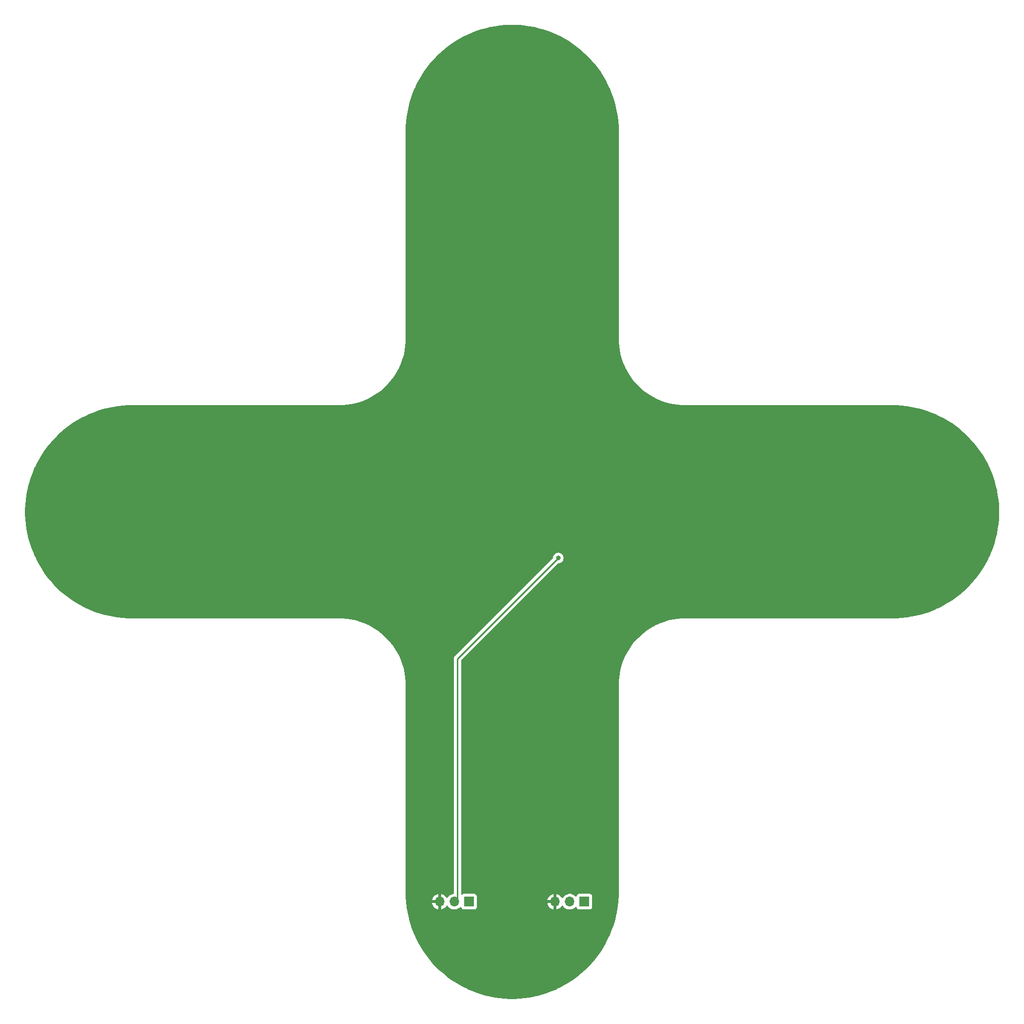
<source format=gbr>
%TF.GenerationSoftware,KiCad,Pcbnew,(6.0.5)*%
%TF.CreationDate,2022-08-18T17:20:14-06:00*%
%TF.ProjectId,Led Zia,4c656420-5a69-4612-9e6b-696361645f70,rev?*%
%TF.SameCoordinates,Original*%
%TF.FileFunction,Copper,L2,Bot*%
%TF.FilePolarity,Positive*%
%FSLAX46Y46*%
G04 Gerber Fmt 4.6, Leading zero omitted, Abs format (unit mm)*
G04 Created by KiCad (PCBNEW (6.0.5)) date 2022-08-18 17:20:14*
%MOMM*%
%LPD*%
G01*
G04 APERTURE LIST*
%TA.AperFunction,ComponentPad*%
%ADD10R,1.700000X1.700000*%
%TD*%
%TA.AperFunction,ComponentPad*%
%ADD11O,1.700000X1.700000*%
%TD*%
%TA.AperFunction,ViaPad*%
%ADD12C,0.800000*%
%TD*%
%TA.AperFunction,Conductor*%
%ADD13C,0.250000*%
%TD*%
G04 APERTURE END LIST*
D10*
%TO.P,J2,1,Pin_1*%
%TO.N,+5V*%
X115525000Y-169625000D03*
D11*
%TO.P,J2,2,Pin_2*%
%TO.N,/23 LEDs1/DOUT*%
X112985000Y-169625000D03*
%TO.P,J2,3,Pin_3*%
%TO.N,GND*%
X110445000Y-169625000D03*
%TD*%
D10*
%TO.P,J1,1,Pin_1*%
%TO.N,+5V*%
X95525000Y-169625000D03*
D11*
%TO.P,J1,2,Pin_2*%
%TO.N,/25 LEDs/DIN*%
X92985000Y-169625000D03*
%TO.P,J1,3,Pin_3*%
%TO.N,GND*%
X90445000Y-169625000D03*
%TD*%
D12*
%TO.N,GND*%
X152000000Y-107000000D03*
X98000000Y-151000000D03*
X86000000Y-145000000D03*
X98000000Y-72000000D03*
X130000000Y-119000000D03*
X75000000Y-85000000D03*
X60000000Y-85000000D03*
X110000000Y-145000000D03*
X146000000Y-95000000D03*
X160000000Y-119000000D03*
X39000000Y-97000000D03*
X45000000Y-85000000D03*
X91000000Y-118000000D03*
X145000000Y-119000000D03*
X98000000Y-164000000D03*
X115000000Y-118000000D03*
X108000000Y-38000000D03*
X108000000Y-132000000D03*
X182000000Y-107000000D03*
X120000000Y-59000000D03*
X96000000Y-44000000D03*
X24000000Y-97000000D03*
X110000000Y-160000000D03*
X108000000Y-53000000D03*
X96000000Y-138000000D03*
X86000000Y-130000000D03*
X108000000Y-23000000D03*
X167000000Y-107000000D03*
X83000000Y-105000000D03*
X100000000Y-82000000D03*
X110000000Y-66000000D03*
X120000000Y-44000000D03*
X87000000Y-86000000D03*
X161000000Y-95000000D03*
X67000000Y-95000000D03*
X106000000Y-122000000D03*
X45000000Y-109000000D03*
X73000000Y-107000000D03*
X137000000Y-107000000D03*
X96000000Y-59000000D03*
X54000000Y-97000000D03*
X131000000Y-95000000D03*
X123000000Y-99000000D03*
X60000000Y-109000000D03*
X120000000Y-74000000D03*
X118000000Y-85000000D03*
X98000000Y-181000000D03*
X86000000Y-160000000D03*
%TO.N,/25 LEDs/DIN*%
X111000000Y-110000000D03*
%TD*%
D13*
%TO.N,/25 LEDs/DIN*%
X93500000Y-169110000D02*
X93500000Y-127500000D01*
X92985000Y-169625000D02*
X93500000Y-169110000D01*
X93500000Y-127500000D02*
X111000000Y-110000000D01*
%TD*%
%TA.AperFunction,Conductor*%
%TO.N,GND*%
G36*
X103423801Y-17513422D02*
G01*
X104259029Y-17551477D01*
X104264753Y-17551868D01*
X105097427Y-17627903D01*
X105103115Y-17628553D01*
X105931447Y-17742405D01*
X105937075Y-17743309D01*
X106759397Y-17894750D01*
X106764989Y-17895912D01*
X107118028Y-17977699D01*
X107579535Y-18084615D01*
X107585092Y-18086036D01*
X108390209Y-18311619D01*
X108395690Y-18313290D01*
X109189723Y-18575290D01*
X109195074Y-18577192D01*
X109976391Y-18875073D01*
X109981670Y-18877224D01*
X110748572Y-19210336D01*
X110753781Y-19212741D01*
X111504717Y-19580409D01*
X111509810Y-19583048D01*
X112243229Y-19984511D01*
X112248197Y-19987379D01*
X112962589Y-20421811D01*
X112967421Y-20424902D01*
X113661307Y-20891403D01*
X113665993Y-20894711D01*
X114337918Y-21392304D01*
X114342449Y-21395822D01*
X114957011Y-21895805D01*
X114991039Y-21923489D01*
X114995405Y-21927210D01*
X115619278Y-22483826D01*
X115623471Y-22487741D01*
X116221403Y-23072213D01*
X116225412Y-23076315D01*
X116796103Y-23687376D01*
X116799922Y-23691657D01*
X117342199Y-24328048D01*
X117345819Y-24332497D01*
X117858585Y-24992928D01*
X117861996Y-24997534D01*
X118344182Y-25680637D01*
X118347355Y-25685357D01*
X118797954Y-26389702D01*
X118800934Y-26394603D01*
X119218982Y-27118684D01*
X119221737Y-27123716D01*
X119606423Y-27866127D01*
X119608925Y-27871237D01*
X119821076Y-28330740D01*
X119959412Y-28630365D01*
X119961697Y-28635626D01*
X120277257Y-29409890D01*
X120279301Y-29415250D01*
X120476468Y-29970024D01*
X120559306Y-30203109D01*
X120561103Y-30208557D01*
X120804945Y-31008298D01*
X120806493Y-31013821D01*
X121013690Y-31823862D01*
X121014982Y-31829437D01*
X121185102Y-32648100D01*
X121186137Y-32653719D01*
X121318814Y-33479244D01*
X121319595Y-33484927D01*
X121414563Y-34315641D01*
X121415084Y-34321354D01*
X121472141Y-35155508D01*
X121472402Y-35161238D01*
X121490458Y-35954246D01*
X121488991Y-35976499D01*
X121486309Y-35993724D01*
X121487473Y-36002626D01*
X121487473Y-36002628D01*
X121490436Y-36025283D01*
X121491500Y-36041621D01*
X121491500Y-71950633D01*
X121490000Y-71970018D01*
X121487690Y-71984851D01*
X121487690Y-71984855D01*
X121486309Y-71993724D01*
X121487130Y-72000000D01*
X121486971Y-72000000D01*
X121505083Y-72645541D01*
X121505232Y-72647306D01*
X121505232Y-72647308D01*
X121557302Y-73264611D01*
X121559363Y-73289050D01*
X121649638Y-73928504D01*
X121649978Y-73930213D01*
X121649981Y-73930231D01*
X121775286Y-74560176D01*
X121775627Y-74561890D01*
X121936931Y-75187215D01*
X122133044Y-75802512D01*
X122363348Y-76405845D01*
X122364062Y-76407440D01*
X122364070Y-76407460D01*
X122573569Y-76875643D01*
X122627119Y-76995316D01*
X122923527Y-77569070D01*
X123251640Y-78125301D01*
X123252615Y-78126760D01*
X123252618Y-78126765D01*
X123609439Y-78660786D01*
X123609452Y-78660805D01*
X123610424Y-78662259D01*
X123998751Y-79178256D01*
X124415400Y-79671667D01*
X124859059Y-80140941D01*
X125328333Y-80584600D01*
X125821744Y-81001249D01*
X126337741Y-81389576D01*
X126339195Y-81390548D01*
X126339214Y-81390561D01*
X126873235Y-81747382D01*
X126874699Y-81748360D01*
X127430930Y-82076473D01*
X128004684Y-82372881D01*
X128006291Y-82373600D01*
X128006295Y-82373602D01*
X128592540Y-82635930D01*
X128592560Y-82635938D01*
X128594155Y-82636652D01*
X128595806Y-82637282D01*
X128595820Y-82637288D01*
X129195832Y-82866324D01*
X129197488Y-82866956D01*
X129812785Y-83063069D01*
X129814509Y-83063514D01*
X129814510Y-83063514D01*
X130436411Y-83223935D01*
X130436420Y-83223937D01*
X130438110Y-83224373D01*
X130439822Y-83224714D01*
X130439824Y-83224714D01*
X131069769Y-83350019D01*
X131069787Y-83350022D01*
X131071496Y-83350362D01*
X131591032Y-83423708D01*
X131709214Y-83440392D01*
X131709217Y-83440392D01*
X131710950Y-83440637D01*
X131712694Y-83440784D01*
X131712702Y-83440785D01*
X132352692Y-83494768D01*
X132352694Y-83494768D01*
X132354459Y-83494917D01*
X132356233Y-83494967D01*
X132356237Y-83494967D01*
X132975103Y-83512331D01*
X132982697Y-83512777D01*
X132987448Y-83513576D01*
X132993966Y-83513655D01*
X132995140Y-83513670D01*
X132995143Y-83513670D01*
X133000000Y-83513729D01*
X133027624Y-83509773D01*
X133045486Y-83508500D01*
X168950633Y-83508500D01*
X168970018Y-83510000D01*
X168984851Y-83512310D01*
X168984855Y-83512310D01*
X168993724Y-83513691D01*
X169018907Y-83510398D01*
X169038108Y-83509368D01*
X169838762Y-83527598D01*
X169844492Y-83527859D01*
X170356536Y-83562883D01*
X170678658Y-83584917D01*
X170684345Y-83585436D01*
X171246719Y-83649727D01*
X171515073Y-83680405D01*
X171520756Y-83681186D01*
X171798573Y-83725836D01*
X172346295Y-83813866D01*
X172351900Y-83814898D01*
X173170563Y-83985018D01*
X173176138Y-83986310D01*
X173986179Y-84193507D01*
X173991702Y-84195055D01*
X174791458Y-84438902D01*
X174796876Y-84440689D01*
X175159127Y-84569433D01*
X175584750Y-84720699D01*
X175590110Y-84722743D01*
X176364374Y-85038303D01*
X176369635Y-85040588D01*
X177128763Y-85391075D01*
X177133873Y-85393577D01*
X177753472Y-85714627D01*
X177876284Y-85778263D01*
X177881316Y-85781018D01*
X178605410Y-86199074D01*
X178610285Y-86202038D01*
X179314643Y-86652645D01*
X179319363Y-86655818D01*
X180002462Y-87138001D01*
X180007072Y-87141415D01*
X180667503Y-87654181D01*
X180671952Y-87657801D01*
X181308343Y-88200078D01*
X181312624Y-88203897D01*
X181923685Y-88774588D01*
X181927787Y-88778597D01*
X182512259Y-89376529D01*
X182516172Y-89380719D01*
X182920217Y-89833586D01*
X183072790Y-90004595D01*
X183076511Y-90008961D01*
X183604178Y-90657551D01*
X183607696Y-90662082D01*
X184105289Y-91334007D01*
X184108597Y-91338693D01*
X184575098Y-92032579D01*
X184578189Y-92037411D01*
X185012621Y-92751803D01*
X185015489Y-92756771D01*
X185416952Y-93490190D01*
X185419591Y-93495283D01*
X185787259Y-94246219D01*
X185789664Y-94251428D01*
X186122772Y-95018321D01*
X186124927Y-95023609D01*
X186422808Y-95804926D01*
X186424710Y-95810277D01*
X186686708Y-96604304D01*
X186688381Y-96609791D01*
X186913964Y-97414908D01*
X186915385Y-97420465D01*
X187104086Y-98234999D01*
X187105250Y-98240603D01*
X187155922Y-98515746D01*
X187256688Y-99062907D01*
X187257598Y-99068571D01*
X187371446Y-99896879D01*
X187372098Y-99902578D01*
X187448132Y-100735248D01*
X187448523Y-100740971D01*
X187486578Y-101576199D01*
X187486709Y-101581934D01*
X187486709Y-102418066D01*
X187486578Y-102423801D01*
X187448523Y-103259029D01*
X187448132Y-103264752D01*
X187372098Y-104097422D01*
X187371446Y-104103121D01*
X187257598Y-104931429D01*
X187256691Y-104937075D01*
X187105253Y-105759385D01*
X187104086Y-105765001D01*
X186915385Y-106579535D01*
X186913964Y-106585092D01*
X186688381Y-107390209D01*
X186686710Y-107395690D01*
X186424710Y-108189723D01*
X186422808Y-108195074D01*
X186124927Y-108976391D01*
X186122776Y-108981670D01*
X185841843Y-109628444D01*
X185789664Y-109748572D01*
X185787259Y-109753781D01*
X185419591Y-110504717D01*
X185416952Y-110509810D01*
X185015489Y-111243229D01*
X185012621Y-111248197D01*
X184578189Y-111962589D01*
X184575098Y-111967421D01*
X184108597Y-112661307D01*
X184105289Y-112665993D01*
X183607696Y-113337918D01*
X183604178Y-113342449D01*
X183076511Y-113991039D01*
X183072797Y-113995397D01*
X182516174Y-114619278D01*
X182512259Y-114623471D01*
X181927787Y-115221403D01*
X181923685Y-115225412D01*
X181312624Y-115796103D01*
X181308343Y-115799922D01*
X180671952Y-116342199D01*
X180667503Y-116345819D01*
X180007072Y-116858585D01*
X180002466Y-116861996D01*
X179319363Y-117344182D01*
X179314643Y-117347355D01*
X178610285Y-117797962D01*
X178605410Y-117800926D01*
X178012585Y-118143194D01*
X177881316Y-118218982D01*
X177876284Y-118221737D01*
X177133873Y-118606423D01*
X177128763Y-118608925D01*
X176503437Y-118897636D01*
X176369635Y-118959412D01*
X176364374Y-118961697D01*
X175590110Y-119277257D01*
X175584750Y-119279301D01*
X175159127Y-119430567D01*
X174796876Y-119559311D01*
X174791458Y-119561098D01*
X173991702Y-119804945D01*
X173986179Y-119806493D01*
X173176138Y-120013690D01*
X173170563Y-120014982D01*
X172351900Y-120185102D01*
X172346295Y-120186134D01*
X171829843Y-120269138D01*
X171520756Y-120318814D01*
X171515073Y-120319595D01*
X171246719Y-120350273D01*
X170684345Y-120414564D01*
X170678658Y-120415083D01*
X170356536Y-120437117D01*
X169844492Y-120472141D01*
X169838762Y-120472402D01*
X169045754Y-120490458D01*
X169023501Y-120488991D01*
X169015148Y-120487690D01*
X169015145Y-120487690D01*
X169006276Y-120486309D01*
X168997374Y-120487473D01*
X168997372Y-120487473D01*
X168982323Y-120489441D01*
X168974714Y-120490436D01*
X168958379Y-120491500D01*
X133053250Y-120491500D01*
X133032345Y-120489754D01*
X133017344Y-120487230D01*
X133017341Y-120487230D01*
X133012552Y-120486424D01*
X133006445Y-120486350D01*
X133004864Y-120486330D01*
X133004860Y-120486330D01*
X133000000Y-120486271D01*
X132995181Y-120486961D01*
X132993593Y-120487065D01*
X132988931Y-120487282D01*
X132356237Y-120505033D01*
X132356233Y-120505033D01*
X132354459Y-120505083D01*
X132352694Y-120505232D01*
X132352692Y-120505232D01*
X131712702Y-120559215D01*
X131712694Y-120559216D01*
X131710950Y-120559363D01*
X131709217Y-120559608D01*
X131709214Y-120559608D01*
X131591032Y-120576292D01*
X131071496Y-120649638D01*
X131069787Y-120649978D01*
X131069769Y-120649981D01*
X130439824Y-120775286D01*
X130438110Y-120775627D01*
X130436420Y-120776063D01*
X130436411Y-120776065D01*
X129814510Y-120936486D01*
X129812785Y-120936931D01*
X129197488Y-121133044D01*
X129195836Y-121133675D01*
X129195832Y-121133676D01*
X128595820Y-121362712D01*
X128595806Y-121362718D01*
X128594155Y-121363348D01*
X128592560Y-121364062D01*
X128592540Y-121364070D01*
X128098822Y-121584995D01*
X128004684Y-121627119D01*
X127430930Y-121923527D01*
X126874699Y-122251640D01*
X126873240Y-122252615D01*
X126873235Y-122252618D01*
X126339214Y-122609439D01*
X126339195Y-122609452D01*
X126337741Y-122610424D01*
X125821744Y-122998751D01*
X125328333Y-123415400D01*
X124859059Y-123859059D01*
X124415400Y-124328333D01*
X123998751Y-124821744D01*
X123610424Y-125337741D01*
X123609452Y-125339195D01*
X123609439Y-125339214D01*
X123252618Y-125873235D01*
X123251640Y-125874699D01*
X122923527Y-126430930D01*
X122627119Y-127004684D01*
X122626400Y-127006291D01*
X122626398Y-127006295D01*
X122364070Y-127592540D01*
X122364062Y-127592560D01*
X122363348Y-127594155D01*
X122133044Y-128197488D01*
X121936931Y-128812785D01*
X121775627Y-129438110D01*
X121775286Y-129439822D01*
X121775286Y-129439824D01*
X121649981Y-130069769D01*
X121649978Y-130069787D01*
X121649638Y-130071496D01*
X121559363Y-130710950D01*
X121559216Y-130712694D01*
X121559215Y-130712702D01*
X121505232Y-131352692D01*
X121505083Y-131354459D01*
X121505033Y-131356233D01*
X121505033Y-131356237D01*
X121487902Y-131966824D01*
X121487331Y-131987159D01*
X121486309Y-131993724D01*
X121486999Y-131999001D01*
X121486971Y-132000000D01*
X121487130Y-132000000D01*
X121489398Y-132017344D01*
X121490436Y-132025283D01*
X121491500Y-132041620D01*
X121491500Y-167950633D01*
X121490000Y-167970018D01*
X121487690Y-167984851D01*
X121487690Y-167984855D01*
X121486309Y-167993724D01*
X121489170Y-168015602D01*
X121489602Y-168018905D01*
X121490632Y-168038108D01*
X121472402Y-168838762D01*
X121472141Y-168844492D01*
X121450596Y-169159470D01*
X121421032Y-169591695D01*
X121415084Y-169678646D01*
X121414564Y-169684345D01*
X121350608Y-170243794D01*
X121319595Y-170515073D01*
X121318814Y-170520756D01*
X121295443Y-170666173D01*
X121244443Y-170983500D01*
X121186137Y-171346281D01*
X121185102Y-171351900D01*
X121157599Y-171484254D01*
X121014985Y-172170550D01*
X121013690Y-172176138D01*
X120806493Y-172986179D01*
X120804945Y-172991702D01*
X120561103Y-173791443D01*
X120559311Y-173796876D01*
X120430567Y-174159127D01*
X120279301Y-174584750D01*
X120277257Y-174590110D01*
X119961697Y-175364374D01*
X119959412Y-175369635D01*
X119608925Y-176128763D01*
X119606423Y-176133873D01*
X119269245Y-176784598D01*
X119221737Y-176876284D01*
X119218982Y-176881316D01*
X118800934Y-177605397D01*
X118797962Y-177610285D01*
X118347355Y-178314643D01*
X118344182Y-178319363D01*
X117861999Y-179002462D01*
X117858585Y-179007072D01*
X117345819Y-179667503D01*
X117342199Y-179671952D01*
X116799922Y-180308343D01*
X116796103Y-180312624D01*
X116225412Y-180923685D01*
X116221403Y-180927787D01*
X115623471Y-181512259D01*
X115619278Y-181516174D01*
X114995405Y-182072790D01*
X114991048Y-182076504D01*
X114584524Y-182407236D01*
X114342449Y-182604178D01*
X114337918Y-182607696D01*
X113665993Y-183105289D01*
X113661307Y-183108597D01*
X112967421Y-183575098D01*
X112962589Y-183578189D01*
X112248197Y-184012621D01*
X112243229Y-184015489D01*
X111509810Y-184416952D01*
X111504717Y-184419591D01*
X110753781Y-184787259D01*
X110748579Y-184789661D01*
X109981670Y-185122776D01*
X109976391Y-185124927D01*
X109195074Y-185422808D01*
X109189723Y-185424710D01*
X108395696Y-185686708D01*
X108390209Y-185688381D01*
X107585092Y-185913964D01*
X107579535Y-185915385D01*
X107118028Y-186022301D01*
X106764989Y-186104088D01*
X106759397Y-186105250D01*
X105937075Y-186256691D01*
X105931447Y-186257595D01*
X105103115Y-186371447D01*
X105097427Y-186372097D01*
X104429805Y-186433060D01*
X104264752Y-186448132D01*
X104259029Y-186448523D01*
X103423801Y-186486578D01*
X103418066Y-186486709D01*
X102581934Y-186486709D01*
X102576199Y-186486578D01*
X101740971Y-186448523D01*
X101735248Y-186448132D01*
X101570195Y-186433060D01*
X100902573Y-186372097D01*
X100896885Y-186371447D01*
X100068553Y-186257595D01*
X100062925Y-186256691D01*
X99240603Y-186105250D01*
X99235011Y-186104088D01*
X98881972Y-186022301D01*
X98420465Y-185915385D01*
X98414908Y-185913964D01*
X97609791Y-185688381D01*
X97604304Y-185686708D01*
X96810277Y-185424710D01*
X96804926Y-185422808D01*
X96023609Y-185124927D01*
X96018330Y-185122776D01*
X95251421Y-184789661D01*
X95246219Y-184787259D01*
X94495283Y-184419591D01*
X94490190Y-184416952D01*
X93756771Y-184015489D01*
X93751803Y-184012621D01*
X93037411Y-183578189D01*
X93032579Y-183575098D01*
X92338693Y-183108597D01*
X92334007Y-183105289D01*
X91662082Y-182607696D01*
X91657551Y-182604178D01*
X91415476Y-182407236D01*
X91008952Y-182076504D01*
X91004595Y-182072790D01*
X90380722Y-181516174D01*
X90376529Y-181512259D01*
X89778597Y-180927787D01*
X89774588Y-180923685D01*
X89203897Y-180312624D01*
X89200078Y-180308343D01*
X88657801Y-179671952D01*
X88654181Y-179667503D01*
X88141415Y-179007072D01*
X88138001Y-179002462D01*
X87655818Y-178319363D01*
X87652645Y-178314643D01*
X87202038Y-177610285D01*
X87199066Y-177605397D01*
X86781018Y-176881316D01*
X86778263Y-176876284D01*
X86730755Y-176784598D01*
X86393577Y-176133873D01*
X86391075Y-176128763D01*
X86040588Y-175369635D01*
X86038303Y-175364374D01*
X85722743Y-174590110D01*
X85720699Y-174584750D01*
X85569433Y-174159127D01*
X85440689Y-173796876D01*
X85438897Y-173791443D01*
X85195055Y-172991702D01*
X85193507Y-172986179D01*
X84986310Y-172176138D01*
X84985015Y-172170550D01*
X84842401Y-171484254D01*
X84814898Y-171351900D01*
X84813863Y-171346281D01*
X84755558Y-170983500D01*
X84704557Y-170666173D01*
X84681186Y-170520756D01*
X84680405Y-170515073D01*
X84649392Y-170243794D01*
X84609285Y-169892966D01*
X89113257Y-169892966D01*
X89143565Y-170027446D01*
X89146645Y-170037275D01*
X89226770Y-170234603D01*
X89231413Y-170243794D01*
X89342694Y-170425388D01*
X89348777Y-170433699D01*
X89488213Y-170594667D01*
X89495580Y-170601883D01*
X89659434Y-170737916D01*
X89667881Y-170743831D01*
X89851756Y-170851279D01*
X89861042Y-170855729D01*
X90060001Y-170931703D01*
X90069899Y-170934579D01*
X90173250Y-170955606D01*
X90187299Y-170954410D01*
X90191000Y-170944065D01*
X90191000Y-170943517D01*
X90699000Y-170943517D01*
X90703064Y-170957359D01*
X90716478Y-170959393D01*
X90723184Y-170958534D01*
X90733262Y-170956392D01*
X90937255Y-170895191D01*
X90946842Y-170891433D01*
X91138095Y-170797739D01*
X91146945Y-170792464D01*
X91320328Y-170668792D01*
X91328200Y-170662139D01*
X91479052Y-170511812D01*
X91485730Y-170503965D01*
X91613022Y-170326819D01*
X91614279Y-170327722D01*
X91661373Y-170284362D01*
X91731311Y-170272145D01*
X91796751Y-170299678D01*
X91824579Y-170331511D01*
X91884987Y-170430088D01*
X92031250Y-170598938D01*
X92203126Y-170741632D01*
X92396000Y-170854338D01*
X92604692Y-170934030D01*
X92609760Y-170935061D01*
X92609763Y-170935062D01*
X92704862Y-170954410D01*
X92823597Y-170978567D01*
X92828772Y-170978757D01*
X92828774Y-170978757D01*
X93041673Y-170986564D01*
X93041677Y-170986564D01*
X93046837Y-170986753D01*
X93051957Y-170986097D01*
X93051959Y-170986097D01*
X93263288Y-170959025D01*
X93263289Y-170959025D01*
X93268416Y-170958368D01*
X93273366Y-170956883D01*
X93477429Y-170895661D01*
X93477434Y-170895659D01*
X93482384Y-170894174D01*
X93682994Y-170795896D01*
X93864860Y-170666173D01*
X93973091Y-170558319D01*
X94035462Y-170524404D01*
X94106268Y-170529592D01*
X94163030Y-170572238D01*
X94180012Y-170603341D01*
X94224385Y-170721705D01*
X94311739Y-170838261D01*
X94428295Y-170925615D01*
X94564684Y-170976745D01*
X94626866Y-170983500D01*
X96423134Y-170983500D01*
X96485316Y-170976745D01*
X96621705Y-170925615D01*
X96738261Y-170838261D01*
X96825615Y-170721705D01*
X96876745Y-170585316D01*
X96883500Y-170523134D01*
X96883500Y-169892966D01*
X109113257Y-169892966D01*
X109143565Y-170027446D01*
X109146645Y-170037275D01*
X109226770Y-170234603D01*
X109231413Y-170243794D01*
X109342694Y-170425388D01*
X109348777Y-170433699D01*
X109488213Y-170594667D01*
X109495580Y-170601883D01*
X109659434Y-170737916D01*
X109667881Y-170743831D01*
X109851756Y-170851279D01*
X109861042Y-170855729D01*
X110060001Y-170931703D01*
X110069899Y-170934579D01*
X110173250Y-170955606D01*
X110187299Y-170954410D01*
X110191000Y-170944065D01*
X110191000Y-170943517D01*
X110699000Y-170943517D01*
X110703064Y-170957359D01*
X110716478Y-170959393D01*
X110723184Y-170958534D01*
X110733262Y-170956392D01*
X110937255Y-170895191D01*
X110946842Y-170891433D01*
X111138095Y-170797739D01*
X111146945Y-170792464D01*
X111320328Y-170668792D01*
X111328200Y-170662139D01*
X111479052Y-170511812D01*
X111485730Y-170503965D01*
X111613022Y-170326819D01*
X111614279Y-170327722D01*
X111661373Y-170284362D01*
X111731311Y-170272145D01*
X111796751Y-170299678D01*
X111824579Y-170331511D01*
X111884987Y-170430088D01*
X112031250Y-170598938D01*
X112203126Y-170741632D01*
X112396000Y-170854338D01*
X112604692Y-170934030D01*
X112609760Y-170935061D01*
X112609763Y-170935062D01*
X112704862Y-170954410D01*
X112823597Y-170978567D01*
X112828772Y-170978757D01*
X112828774Y-170978757D01*
X113041673Y-170986564D01*
X113041677Y-170986564D01*
X113046837Y-170986753D01*
X113051957Y-170986097D01*
X113051959Y-170986097D01*
X113263288Y-170959025D01*
X113263289Y-170959025D01*
X113268416Y-170958368D01*
X113273366Y-170956883D01*
X113477429Y-170895661D01*
X113477434Y-170895659D01*
X113482384Y-170894174D01*
X113682994Y-170795896D01*
X113864860Y-170666173D01*
X113973091Y-170558319D01*
X114035462Y-170524404D01*
X114106268Y-170529592D01*
X114163030Y-170572238D01*
X114180012Y-170603341D01*
X114224385Y-170721705D01*
X114311739Y-170838261D01*
X114428295Y-170925615D01*
X114564684Y-170976745D01*
X114626866Y-170983500D01*
X116423134Y-170983500D01*
X116485316Y-170976745D01*
X116621705Y-170925615D01*
X116738261Y-170838261D01*
X116825615Y-170721705D01*
X116876745Y-170585316D01*
X116883500Y-170523134D01*
X116883500Y-168726866D01*
X116876745Y-168664684D01*
X116825615Y-168528295D01*
X116738261Y-168411739D01*
X116621705Y-168324385D01*
X116485316Y-168273255D01*
X116423134Y-168266500D01*
X114626866Y-168266500D01*
X114564684Y-168273255D01*
X114428295Y-168324385D01*
X114311739Y-168411739D01*
X114224385Y-168528295D01*
X114221233Y-168536703D01*
X114179919Y-168646907D01*
X114137277Y-168703671D01*
X114070716Y-168728371D01*
X114001367Y-168713163D01*
X113968743Y-168687476D01*
X113918151Y-168631875D01*
X113918142Y-168631866D01*
X113914670Y-168628051D01*
X113910619Y-168624852D01*
X113910615Y-168624848D01*
X113743414Y-168492800D01*
X113743410Y-168492798D01*
X113739359Y-168489598D01*
X113703028Y-168469542D01*
X113687136Y-168460769D01*
X113543789Y-168381638D01*
X113538920Y-168379914D01*
X113538916Y-168379912D01*
X113338087Y-168308795D01*
X113338083Y-168308794D01*
X113333212Y-168307069D01*
X113328119Y-168306162D01*
X113328116Y-168306161D01*
X113118373Y-168268800D01*
X113118367Y-168268799D01*
X113113284Y-168267894D01*
X113039452Y-168266992D01*
X112895081Y-168265228D01*
X112895079Y-168265228D01*
X112889911Y-168265165D01*
X112669091Y-168298955D01*
X112456756Y-168368357D01*
X112258607Y-168471507D01*
X112254474Y-168474610D01*
X112254471Y-168474612D01*
X112084100Y-168602530D01*
X112079965Y-168605635D01*
X112054541Y-168632240D01*
X111986280Y-168703671D01*
X111925629Y-168767138D01*
X111922715Y-168771410D01*
X111922714Y-168771411D01*
X111817898Y-168925066D01*
X111762987Y-168970069D01*
X111692462Y-168978240D01*
X111628715Y-168946986D01*
X111608018Y-168922502D01*
X111527426Y-168797926D01*
X111521136Y-168789757D01*
X111377806Y-168632240D01*
X111370273Y-168625215D01*
X111203139Y-168493222D01*
X111194552Y-168487517D01*
X111008117Y-168384599D01*
X110998705Y-168380369D01*
X110797959Y-168309280D01*
X110787988Y-168306646D01*
X110716837Y-168293972D01*
X110703540Y-168295432D01*
X110699000Y-168309989D01*
X110699000Y-170943517D01*
X110191000Y-170943517D01*
X110191000Y-169897115D01*
X110186525Y-169881876D01*
X110185135Y-169880671D01*
X110177452Y-169879000D01*
X109128225Y-169879000D01*
X109114694Y-169882973D01*
X109113257Y-169892966D01*
X96883500Y-169892966D01*
X96883500Y-169359183D01*
X109109389Y-169359183D01*
X109110912Y-169367607D01*
X109123292Y-169371000D01*
X110172885Y-169371000D01*
X110188124Y-169366525D01*
X110189329Y-169365135D01*
X110191000Y-169357452D01*
X110191000Y-168308102D01*
X110187082Y-168294758D01*
X110172806Y-168292771D01*
X110134324Y-168298660D01*
X110124288Y-168301051D01*
X109921868Y-168367212D01*
X109912359Y-168371209D01*
X109723463Y-168469542D01*
X109714738Y-168475036D01*
X109544433Y-168602905D01*
X109536726Y-168609748D01*
X109389590Y-168763717D01*
X109383104Y-168771727D01*
X109263098Y-168947649D01*
X109258000Y-168956623D01*
X109168338Y-169149783D01*
X109164775Y-169159470D01*
X109109389Y-169359183D01*
X96883500Y-169359183D01*
X96883500Y-168726866D01*
X96876745Y-168664684D01*
X96825615Y-168528295D01*
X96738261Y-168411739D01*
X96621705Y-168324385D01*
X96485316Y-168273255D01*
X96423134Y-168266500D01*
X94626866Y-168266500D01*
X94564684Y-168273255D01*
X94428295Y-168324385D01*
X94365818Y-168371209D01*
X94335065Y-168394257D01*
X94268559Y-168419105D01*
X94199176Y-168404052D01*
X94148946Y-168353878D01*
X94133500Y-168293431D01*
X94133500Y-127814594D01*
X94153502Y-127746473D01*
X94170405Y-127725499D01*
X110950499Y-110945405D01*
X111012811Y-110911379D01*
X111039594Y-110908500D01*
X111095487Y-110908500D01*
X111101939Y-110907128D01*
X111101944Y-110907128D01*
X111188887Y-110888647D01*
X111282288Y-110868794D01*
X111288319Y-110866109D01*
X111450722Y-110793803D01*
X111450724Y-110793802D01*
X111456752Y-110791118D01*
X111611253Y-110678866D01*
X111739040Y-110536944D01*
X111834527Y-110371556D01*
X111893542Y-110189928D01*
X111913504Y-110000000D01*
X111893542Y-109810072D01*
X111834527Y-109628444D01*
X111739040Y-109463056D01*
X111611253Y-109321134D01*
X111456752Y-109208882D01*
X111450724Y-109206198D01*
X111450722Y-109206197D01*
X111288319Y-109133891D01*
X111288318Y-109133891D01*
X111282288Y-109131206D01*
X111188888Y-109111353D01*
X111101944Y-109092872D01*
X111101939Y-109092872D01*
X111095487Y-109091500D01*
X110904513Y-109091500D01*
X110898061Y-109092872D01*
X110898056Y-109092872D01*
X110811112Y-109111353D01*
X110717712Y-109131206D01*
X110711682Y-109133891D01*
X110711681Y-109133891D01*
X110549278Y-109206197D01*
X110549276Y-109206198D01*
X110543248Y-109208882D01*
X110388747Y-109321134D01*
X110260960Y-109463056D01*
X110165473Y-109628444D01*
X110106458Y-109810072D01*
X110105768Y-109816633D01*
X110105768Y-109816635D01*
X110089093Y-109975292D01*
X110062080Y-110040949D01*
X110052878Y-110051217D01*
X93107747Y-126996348D01*
X93099461Y-127003888D01*
X93092982Y-127008000D01*
X93087557Y-127013777D01*
X93046357Y-127057651D01*
X93043602Y-127060493D01*
X93023865Y-127080230D01*
X93021385Y-127083427D01*
X93013682Y-127092447D01*
X92983414Y-127124679D01*
X92979595Y-127131625D01*
X92979593Y-127131628D01*
X92973652Y-127142434D01*
X92962801Y-127158953D01*
X92950386Y-127174959D01*
X92947241Y-127182228D01*
X92947238Y-127182232D01*
X92932826Y-127215537D01*
X92927609Y-127226187D01*
X92906305Y-127264940D01*
X92904334Y-127272615D01*
X92904334Y-127272616D01*
X92901267Y-127284562D01*
X92894863Y-127303266D01*
X92886819Y-127321855D01*
X92885580Y-127329678D01*
X92885577Y-127329688D01*
X92879901Y-127365524D01*
X92877495Y-127377144D01*
X92866500Y-127419970D01*
X92866500Y-127440224D01*
X92864949Y-127459934D01*
X92861780Y-127479943D01*
X92862526Y-127487835D01*
X92865941Y-127523961D01*
X92866500Y-127535819D01*
X92866500Y-168160561D01*
X92846498Y-168228682D01*
X92792842Y-168275175D01*
X92759559Y-168285111D01*
X92718788Y-168291350D01*
X92669091Y-168298955D01*
X92456756Y-168368357D01*
X92258607Y-168471507D01*
X92254474Y-168474610D01*
X92254471Y-168474612D01*
X92084100Y-168602530D01*
X92079965Y-168605635D01*
X92054541Y-168632240D01*
X91986280Y-168703671D01*
X91925629Y-168767138D01*
X91922715Y-168771410D01*
X91922714Y-168771411D01*
X91817898Y-168925066D01*
X91762987Y-168970069D01*
X91692462Y-168978240D01*
X91628715Y-168946986D01*
X91608018Y-168922502D01*
X91527426Y-168797926D01*
X91521136Y-168789757D01*
X91377806Y-168632240D01*
X91370273Y-168625215D01*
X91203139Y-168493222D01*
X91194552Y-168487517D01*
X91008117Y-168384599D01*
X90998705Y-168380369D01*
X90797959Y-168309280D01*
X90787988Y-168306646D01*
X90716837Y-168293972D01*
X90703540Y-168295432D01*
X90699000Y-168309989D01*
X90699000Y-170943517D01*
X90191000Y-170943517D01*
X90191000Y-169897115D01*
X90186525Y-169881876D01*
X90185135Y-169880671D01*
X90177452Y-169879000D01*
X89128225Y-169879000D01*
X89114694Y-169882973D01*
X89113257Y-169892966D01*
X84609285Y-169892966D01*
X84585436Y-169684345D01*
X84584916Y-169678646D01*
X84578969Y-169591695D01*
X84563065Y-169359183D01*
X89109389Y-169359183D01*
X89110912Y-169367607D01*
X89123292Y-169371000D01*
X90172885Y-169371000D01*
X90188124Y-169366525D01*
X90189329Y-169365135D01*
X90191000Y-169357452D01*
X90191000Y-168308102D01*
X90187082Y-168294758D01*
X90172806Y-168292771D01*
X90134324Y-168298660D01*
X90124288Y-168301051D01*
X89921868Y-168367212D01*
X89912359Y-168371209D01*
X89723463Y-168469542D01*
X89714738Y-168475036D01*
X89544433Y-168602905D01*
X89536726Y-168609748D01*
X89389590Y-168763717D01*
X89383104Y-168771727D01*
X89263098Y-168947649D01*
X89258000Y-168956623D01*
X89168338Y-169149783D01*
X89164775Y-169159470D01*
X89109389Y-169359183D01*
X84563065Y-169359183D01*
X84549404Y-169159470D01*
X84527859Y-168844492D01*
X84527598Y-168838762D01*
X84509630Y-168049600D01*
X84511342Y-168025833D01*
X84512769Y-168017347D01*
X84513576Y-168012552D01*
X84513729Y-168000000D01*
X84509773Y-167972376D01*
X84508500Y-167954514D01*
X84508500Y-132053250D01*
X84510246Y-132032345D01*
X84512770Y-132017344D01*
X84512770Y-132017341D01*
X84513576Y-132012552D01*
X84513729Y-132000000D01*
X84513039Y-131995181D01*
X84512935Y-131993593D01*
X84512718Y-131988931D01*
X84494967Y-131356237D01*
X84494967Y-131356233D01*
X84494917Y-131354459D01*
X84494768Y-131352692D01*
X84440785Y-130712702D01*
X84440784Y-130712694D01*
X84440637Y-130710950D01*
X84350362Y-130071496D01*
X84350022Y-130069787D01*
X84350019Y-130069769D01*
X84224714Y-129439824D01*
X84224714Y-129439822D01*
X84224373Y-129438110D01*
X84063069Y-128812785D01*
X83866956Y-128197488D01*
X83636652Y-127594155D01*
X83635938Y-127592560D01*
X83635930Y-127592540D01*
X83373602Y-127006295D01*
X83373600Y-127006291D01*
X83372881Y-127004684D01*
X83076473Y-126430930D01*
X82748360Y-125874699D01*
X82747382Y-125873235D01*
X82390561Y-125339214D01*
X82390548Y-125339195D01*
X82389576Y-125337741D01*
X82001249Y-124821744D01*
X81584600Y-124328333D01*
X81140941Y-123859059D01*
X80671667Y-123415400D01*
X80178256Y-122998751D01*
X79662259Y-122610424D01*
X79660805Y-122609452D01*
X79660786Y-122609439D01*
X79126765Y-122252618D01*
X79126760Y-122252615D01*
X79125301Y-122251640D01*
X78569070Y-121923527D01*
X77995316Y-121627119D01*
X77901178Y-121584995D01*
X77407460Y-121364070D01*
X77407440Y-121364062D01*
X77405845Y-121363348D01*
X77404194Y-121362718D01*
X77404180Y-121362712D01*
X76804168Y-121133676D01*
X76804164Y-121133675D01*
X76802512Y-121133044D01*
X76187215Y-120936931D01*
X76185490Y-120936486D01*
X75563589Y-120776065D01*
X75563580Y-120776063D01*
X75561890Y-120775627D01*
X75560176Y-120775286D01*
X74930231Y-120649981D01*
X74930213Y-120649978D01*
X74928504Y-120649638D01*
X74408968Y-120576292D01*
X74290786Y-120559608D01*
X74290783Y-120559608D01*
X74289050Y-120559363D01*
X74287306Y-120559216D01*
X74287298Y-120559215D01*
X73647308Y-120505232D01*
X73647306Y-120505232D01*
X73645541Y-120505083D01*
X73643767Y-120505033D01*
X73643763Y-120505033D01*
X73024897Y-120487669D01*
X73017303Y-120487223D01*
X73012552Y-120486424D01*
X73006034Y-120486345D01*
X73004860Y-120486330D01*
X73004857Y-120486330D01*
X73000000Y-120486271D01*
X72981007Y-120488991D01*
X72972376Y-120490227D01*
X72954514Y-120491500D01*
X37049367Y-120491500D01*
X37029982Y-120490000D01*
X37015149Y-120487690D01*
X37015145Y-120487690D01*
X37006276Y-120486309D01*
X36981093Y-120489602D01*
X36961892Y-120490632D01*
X36161238Y-120472402D01*
X36155508Y-120472141D01*
X35643464Y-120437117D01*
X35321342Y-120415083D01*
X35315655Y-120414564D01*
X34753281Y-120350273D01*
X34484927Y-120319595D01*
X34479244Y-120318814D01*
X34170157Y-120269138D01*
X33653705Y-120186134D01*
X33648100Y-120185102D01*
X32829437Y-120014982D01*
X32823862Y-120013690D01*
X32013821Y-119806493D01*
X32008298Y-119804945D01*
X31208542Y-119561098D01*
X31203124Y-119559311D01*
X30840873Y-119430567D01*
X30415250Y-119279301D01*
X30409890Y-119277257D01*
X29635626Y-118961697D01*
X29630365Y-118959412D01*
X29496563Y-118897636D01*
X28871237Y-118608925D01*
X28866127Y-118606423D01*
X28123716Y-118221737D01*
X28118684Y-118218982D01*
X27987415Y-118143194D01*
X27394590Y-117800926D01*
X27389715Y-117797962D01*
X26685357Y-117347355D01*
X26680637Y-117344182D01*
X25997534Y-116861996D01*
X25992928Y-116858585D01*
X25332497Y-116345819D01*
X25328048Y-116342199D01*
X24691657Y-115799922D01*
X24687376Y-115796103D01*
X24076315Y-115225412D01*
X24072213Y-115221403D01*
X23487741Y-114623471D01*
X23483826Y-114619278D01*
X22927203Y-113995397D01*
X22923489Y-113991039D01*
X22395822Y-113342449D01*
X22392304Y-113337918D01*
X21894711Y-112665993D01*
X21891403Y-112661307D01*
X21424902Y-111967421D01*
X21421811Y-111962589D01*
X20987379Y-111248197D01*
X20984511Y-111243229D01*
X20583048Y-110509810D01*
X20580409Y-110504717D01*
X20212741Y-109753781D01*
X20210336Y-109748572D01*
X20158157Y-109628444D01*
X19877224Y-108981670D01*
X19875073Y-108976391D01*
X19577192Y-108195074D01*
X19575290Y-108189723D01*
X19313290Y-107395690D01*
X19311619Y-107390209D01*
X19086036Y-106585092D01*
X19084615Y-106579535D01*
X18895914Y-105765001D01*
X18894747Y-105759385D01*
X18743309Y-104937075D01*
X18742402Y-104931429D01*
X18628554Y-104103121D01*
X18627902Y-104097422D01*
X18551868Y-103264752D01*
X18551477Y-103259029D01*
X18513422Y-102423801D01*
X18513291Y-102418066D01*
X18513291Y-101581934D01*
X18513422Y-101576199D01*
X18551477Y-100740971D01*
X18551868Y-100735248D01*
X18627902Y-99902578D01*
X18628554Y-99896879D01*
X18742402Y-99068571D01*
X18743312Y-99062907D01*
X18844079Y-98515746D01*
X18894750Y-98240603D01*
X18895914Y-98234999D01*
X19084615Y-97420465D01*
X19086036Y-97414908D01*
X19311619Y-96609791D01*
X19313292Y-96604304D01*
X19575290Y-95810277D01*
X19577192Y-95804926D01*
X19875073Y-95023609D01*
X19877228Y-95018321D01*
X20210336Y-94251428D01*
X20212741Y-94246219D01*
X20580409Y-93495283D01*
X20583048Y-93490190D01*
X20984511Y-92756771D01*
X20987379Y-92751803D01*
X21421811Y-92037411D01*
X21424902Y-92032579D01*
X21891403Y-91338693D01*
X21894711Y-91334007D01*
X22392304Y-90662082D01*
X22395822Y-90657551D01*
X22923489Y-90008961D01*
X22927210Y-90004595D01*
X23079784Y-89833586D01*
X23483828Y-89380719D01*
X23487741Y-89376529D01*
X24072213Y-88778597D01*
X24076315Y-88774588D01*
X24687376Y-88203897D01*
X24691657Y-88200078D01*
X25328048Y-87657801D01*
X25332497Y-87654181D01*
X25992928Y-87141415D01*
X25997538Y-87138001D01*
X26680637Y-86655818D01*
X26685357Y-86652645D01*
X27389715Y-86202038D01*
X27394590Y-86199074D01*
X28118684Y-85781018D01*
X28123716Y-85778263D01*
X28246528Y-85714627D01*
X28866127Y-85393577D01*
X28871237Y-85391075D01*
X29630365Y-85040588D01*
X29635626Y-85038303D01*
X30409890Y-84722743D01*
X30415250Y-84720699D01*
X30840873Y-84569433D01*
X31203124Y-84440689D01*
X31208542Y-84438902D01*
X32008298Y-84195055D01*
X32013821Y-84193507D01*
X32823862Y-83986310D01*
X32829437Y-83985018D01*
X33648100Y-83814898D01*
X33653705Y-83813866D01*
X34201427Y-83725836D01*
X34479244Y-83681186D01*
X34484927Y-83680405D01*
X34753281Y-83649727D01*
X35315655Y-83585436D01*
X35321342Y-83584917D01*
X35643464Y-83562883D01*
X36155508Y-83527859D01*
X36161238Y-83527598D01*
X36954246Y-83509542D01*
X36976499Y-83511009D01*
X36984852Y-83512310D01*
X36984855Y-83512310D01*
X36993724Y-83513691D01*
X37002626Y-83512527D01*
X37002628Y-83512527D01*
X37018906Y-83510398D01*
X37025286Y-83509564D01*
X37041621Y-83508500D01*
X72946750Y-83508500D01*
X72967655Y-83510246D01*
X72982656Y-83512770D01*
X72982659Y-83512770D01*
X72987448Y-83513576D01*
X72993555Y-83513650D01*
X72995136Y-83513670D01*
X72995140Y-83513670D01*
X73000000Y-83513729D01*
X73004819Y-83513039D01*
X73006407Y-83512935D01*
X73011069Y-83512718D01*
X73643763Y-83494967D01*
X73643767Y-83494967D01*
X73645541Y-83494917D01*
X73647306Y-83494768D01*
X73647308Y-83494768D01*
X74287298Y-83440785D01*
X74287306Y-83440784D01*
X74289050Y-83440637D01*
X74290783Y-83440392D01*
X74290786Y-83440392D01*
X74408968Y-83423708D01*
X74928504Y-83350362D01*
X74930213Y-83350022D01*
X74930231Y-83350019D01*
X75560176Y-83224714D01*
X75560178Y-83224714D01*
X75561890Y-83224373D01*
X75563580Y-83223937D01*
X75563589Y-83223935D01*
X76185490Y-83063514D01*
X76185491Y-83063514D01*
X76187215Y-83063069D01*
X76802512Y-82866956D01*
X76804168Y-82866324D01*
X77404180Y-82637288D01*
X77404194Y-82637282D01*
X77405845Y-82636652D01*
X77407440Y-82635938D01*
X77407460Y-82635930D01*
X77993705Y-82373602D01*
X77993709Y-82373600D01*
X77995316Y-82372881D01*
X78569070Y-82076473D01*
X79125301Y-81748360D01*
X79126765Y-81747382D01*
X79660786Y-81390561D01*
X79660805Y-81390548D01*
X79662259Y-81389576D01*
X80178256Y-81001249D01*
X80671667Y-80584600D01*
X81140941Y-80140941D01*
X81584600Y-79671667D01*
X82001249Y-79178256D01*
X82389576Y-78662259D01*
X82390548Y-78660805D01*
X82390561Y-78660786D01*
X82747382Y-78126765D01*
X82747385Y-78126760D01*
X82748360Y-78125301D01*
X83076473Y-77569070D01*
X83372881Y-76995316D01*
X83426431Y-76875643D01*
X83635930Y-76407460D01*
X83635938Y-76407440D01*
X83636652Y-76405845D01*
X83866956Y-75802512D01*
X84063069Y-75187215D01*
X84224373Y-74561890D01*
X84224714Y-74560176D01*
X84350019Y-73930231D01*
X84350022Y-73930213D01*
X84350362Y-73928504D01*
X84440637Y-73289050D01*
X84442699Y-73264611D01*
X84494768Y-72647308D01*
X84494768Y-72647306D01*
X84494917Y-72645541D01*
X84512013Y-72036218D01*
X84512331Y-72024897D01*
X84512777Y-72017303D01*
X84513576Y-72012552D01*
X84513729Y-72000000D01*
X84509773Y-71972376D01*
X84508500Y-71954514D01*
X84508500Y-36053250D01*
X84510246Y-36032345D01*
X84512770Y-36017344D01*
X84512770Y-36017341D01*
X84513576Y-36012552D01*
X84513729Y-36000000D01*
X84510694Y-35978807D01*
X84509454Y-35958079D01*
X84527598Y-35161238D01*
X84527859Y-35155508D01*
X84584916Y-34321354D01*
X84585437Y-34315641D01*
X84680405Y-33484927D01*
X84681186Y-33479244D01*
X84813863Y-32653719D01*
X84814898Y-32648100D01*
X84985018Y-31829437D01*
X84986310Y-31823862D01*
X85193507Y-31013821D01*
X85195055Y-31008298D01*
X85438897Y-30208557D01*
X85440694Y-30203109D01*
X85523533Y-29970024D01*
X85720699Y-29415250D01*
X85722743Y-29409890D01*
X86038303Y-28635626D01*
X86040588Y-28630365D01*
X86178924Y-28330740D01*
X86391075Y-27871237D01*
X86393577Y-27866127D01*
X86778263Y-27123716D01*
X86781018Y-27118684D01*
X87199066Y-26394603D01*
X87202046Y-26389702D01*
X87652645Y-25685357D01*
X87655818Y-25680637D01*
X88138004Y-24997534D01*
X88141415Y-24992928D01*
X88654181Y-24332497D01*
X88657801Y-24328048D01*
X89200078Y-23691657D01*
X89203897Y-23687376D01*
X89774588Y-23076315D01*
X89778597Y-23072213D01*
X90376529Y-22487741D01*
X90380722Y-22483826D01*
X91004595Y-21927210D01*
X91008961Y-21923489D01*
X91042990Y-21895805D01*
X91657551Y-21395822D01*
X91662082Y-21392304D01*
X92334007Y-20894711D01*
X92338693Y-20891403D01*
X93032579Y-20424902D01*
X93037411Y-20421811D01*
X93751803Y-19987379D01*
X93756771Y-19984511D01*
X94490190Y-19583048D01*
X94495283Y-19580409D01*
X95246219Y-19212741D01*
X95251428Y-19210336D01*
X96018330Y-18877224D01*
X96023609Y-18875073D01*
X96804926Y-18577192D01*
X96810277Y-18575290D01*
X97604310Y-18313290D01*
X97609791Y-18311619D01*
X98414908Y-18086036D01*
X98420465Y-18084615D01*
X98881972Y-17977699D01*
X99235011Y-17895912D01*
X99240603Y-17894750D01*
X100062925Y-17743309D01*
X100068553Y-17742405D01*
X100896885Y-17628553D01*
X100902573Y-17627903D01*
X101735247Y-17551868D01*
X101740971Y-17551477D01*
X102576199Y-17513422D01*
X102581934Y-17513291D01*
X103418066Y-17513291D01*
X103423801Y-17513422D01*
G37*
%TD.AperFunction*%
%TD*%
M02*

</source>
